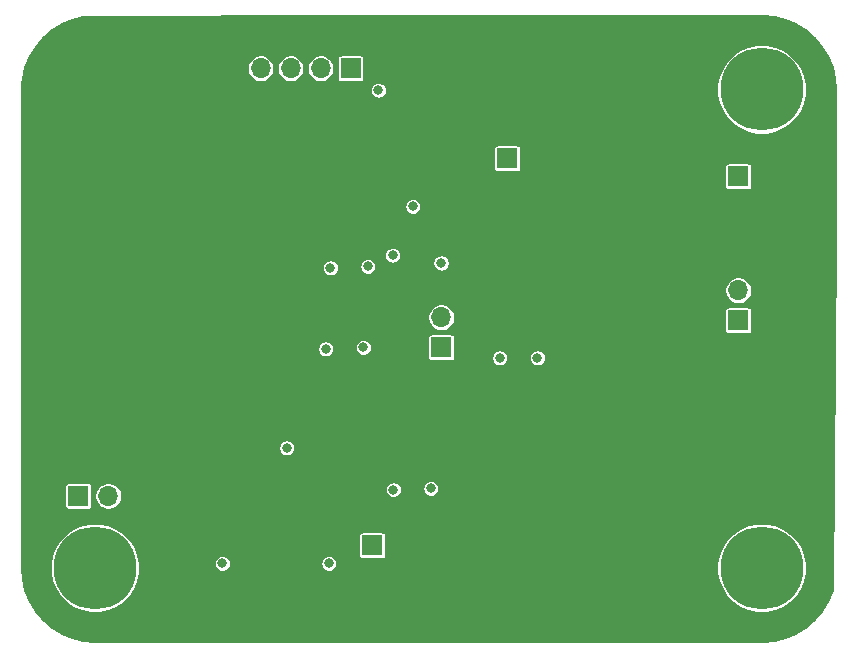
<source format=gbr>
%TF.GenerationSoftware,KiCad,Pcbnew,(5.1.9)-1*%
%TF.CreationDate,2021-07-15T19:39:04-04:00*%
%TF.ProjectId,detector_circuit_LTC6269,64657465-6374-46f7-925f-636972637569,rev?*%
%TF.SameCoordinates,Original*%
%TF.FileFunction,Copper,L3,Inr*%
%TF.FilePolarity,Positive*%
%FSLAX46Y46*%
G04 Gerber Fmt 4.6, Leading zero omitted, Abs format (unit mm)*
G04 Created by KiCad (PCBNEW (5.1.9)-1) date 2021-07-15 19:39:04*
%MOMM*%
%LPD*%
G01*
G04 APERTURE LIST*
%TA.AperFunction,ComponentPad*%
%ADD10C,7.000000*%
%TD*%
%TA.AperFunction,ComponentPad*%
%ADD11O,1.700000X1.700000*%
%TD*%
%TA.AperFunction,ComponentPad*%
%ADD12R,1.700000X1.700000*%
%TD*%
%TA.AperFunction,ViaPad*%
%ADD13C,0.800000*%
%TD*%
%TA.AperFunction,Conductor*%
%ADD14C,0.254000*%
%TD*%
%TA.AperFunction,Conductor*%
%ADD15C,0.100000*%
%TD*%
G04 APERTURE END LIST*
D10*
%TO.N,N/C*%
%TO.C,REF\u002A\u002A*%
X146621500Y-100457000D03*
%TD*%
%TO.N,N/C*%
%TO.C,REF\u002A\u002A*%
X146621500Y-140970000D03*
%TD*%
D11*
%TO.N,/SIPM_OUT*%
%TO.C,J3*%
X104203500Y-98679000D03*
%TO.N,/DET_ADC*%
X106743500Y-98679000D03*
%TO.N,/AMP_OUT*%
X109283500Y-98679000D03*
D12*
%TO.N,GND*%
X111823500Y-98679000D03*
%TD*%
D11*
%TO.N,N/C*%
%TO.C,J2*%
X144653000Y-117475000D03*
D12*
%TO.N,/SIPM_OUT*%
X144653000Y-120015000D03*
%TD*%
D11*
%TO.N,+4.7V*%
%TO.C,J1*%
X144653000Y-110363000D03*
D12*
%TO.N,GND*%
X144653000Y-107823000D03*
%TD*%
D10*
%TO.N,N/C*%
%TO.C,REF\u002A\u002A*%
X90170000Y-140970000D03*
%TD*%
D12*
%TO.N,Net-(C18-Pad2)*%
%TO.C,TP15*%
X113665000Y-139065000D03*
%TD*%
D11*
%TO.N,/AMP_OUT*%
%TO.C,JP1*%
X119507000Y-119761000D03*
D12*
%TO.N,Net-(C36-Pad1)*%
X119507000Y-122301000D03*
%TD*%
%TO.N,/DET_ADC*%
%TO.C,TP1*%
X125095000Y-106299000D03*
%TD*%
D11*
%TO.N,/Filter_IN*%
%TO.C,JP5*%
X91313000Y-134874000D03*
D12*
%TO.N,Net-(C31-Pad1)*%
X88773000Y-134874000D03*
%TD*%
D13*
%TO.N,GND*%
X124460000Y-123190000D03*
X109982000Y-140589000D03*
X100965000Y-140589000D03*
X106426000Y-130810000D03*
X117094000Y-110363000D03*
X127635000Y-123190000D03*
X118618000Y-134239000D03*
X109728000Y-122428000D03*
X112903000Y-122301000D03*
X110109000Y-115570000D03*
X113284000Y-115443000D03*
X119484500Y-115148000D03*
X115452000Y-134357000D03*
X114173000Y-100520500D03*
%TO.N,/AMP_OUT*%
X115379500Y-114490500D03*
%TO.N,+4.7V*%
X109982000Y-132588000D03*
X122809000Y-110363000D03*
%TD*%
D14*
%TO.N,+4.7V*%
X147650585Y-94360540D02*
X148592388Y-94586647D01*
X149487239Y-94957307D01*
X150313075Y-95463379D01*
X151049583Y-96092417D01*
X151678620Y-96828925D01*
X152184694Y-97654764D01*
X152555353Y-98549612D01*
X152781460Y-99491420D01*
X152858001Y-100463963D01*
X152858001Y-113103417D01*
X152556777Y-142871456D01*
X152555353Y-142877388D01*
X152184694Y-143772236D01*
X151678620Y-144598075D01*
X151049583Y-145334583D01*
X150313075Y-145963621D01*
X149487239Y-146469693D01*
X148592388Y-146840353D01*
X147650585Y-147066460D01*
X146678051Y-147143000D01*
X90176950Y-147143000D01*
X89204420Y-147066460D01*
X88262612Y-146840353D01*
X87367764Y-146469694D01*
X86541925Y-145963620D01*
X85805417Y-145334583D01*
X85176379Y-144598075D01*
X84670307Y-143772239D01*
X84299647Y-142877388D01*
X84073540Y-141935585D01*
X83997000Y-140963051D01*
X83997000Y-140593073D01*
X86343000Y-140593073D01*
X86343000Y-141346927D01*
X86490070Y-142086295D01*
X86778557Y-142782764D01*
X87197375Y-143409570D01*
X87730430Y-143942625D01*
X88357236Y-144361443D01*
X89053705Y-144649930D01*
X89793073Y-144797000D01*
X90546927Y-144797000D01*
X91286295Y-144649930D01*
X91982764Y-144361443D01*
X92609570Y-143942625D01*
X93142625Y-143409570D01*
X93561443Y-142782764D01*
X93849930Y-142086295D01*
X93997000Y-141346927D01*
X93997000Y-140593073D01*
X93981948Y-140517397D01*
X100238000Y-140517397D01*
X100238000Y-140660603D01*
X100265938Y-140801058D01*
X100320741Y-140933364D01*
X100400302Y-141052436D01*
X100501564Y-141153698D01*
X100620636Y-141233259D01*
X100752942Y-141288062D01*
X100893397Y-141316000D01*
X101036603Y-141316000D01*
X101177058Y-141288062D01*
X101309364Y-141233259D01*
X101428436Y-141153698D01*
X101529698Y-141052436D01*
X101609259Y-140933364D01*
X101664062Y-140801058D01*
X101692000Y-140660603D01*
X101692000Y-140517397D01*
X109255000Y-140517397D01*
X109255000Y-140660603D01*
X109282938Y-140801058D01*
X109337741Y-140933364D01*
X109417302Y-141052436D01*
X109518564Y-141153698D01*
X109637636Y-141233259D01*
X109769942Y-141288062D01*
X109910397Y-141316000D01*
X110053603Y-141316000D01*
X110194058Y-141288062D01*
X110326364Y-141233259D01*
X110445436Y-141153698D01*
X110546698Y-141052436D01*
X110626259Y-140933364D01*
X110681062Y-140801058D01*
X110709000Y-140660603D01*
X110709000Y-140593073D01*
X142794500Y-140593073D01*
X142794500Y-141346927D01*
X142941570Y-142086295D01*
X143230057Y-142782764D01*
X143648875Y-143409570D01*
X144181930Y-143942625D01*
X144808736Y-144361443D01*
X145505205Y-144649930D01*
X146244573Y-144797000D01*
X146998427Y-144797000D01*
X147737795Y-144649930D01*
X148434264Y-144361443D01*
X149061070Y-143942625D01*
X149594125Y-143409570D01*
X150012943Y-142782764D01*
X150301430Y-142086295D01*
X150448500Y-141346927D01*
X150448500Y-140593073D01*
X150301430Y-139853705D01*
X150012943Y-139157236D01*
X149594125Y-138530430D01*
X149061070Y-137997375D01*
X148434264Y-137578557D01*
X147737795Y-137290070D01*
X146998427Y-137143000D01*
X146244573Y-137143000D01*
X145505205Y-137290070D01*
X144808736Y-137578557D01*
X144181930Y-137997375D01*
X143648875Y-138530430D01*
X143230057Y-139157236D01*
X142941570Y-139853705D01*
X142794500Y-140593073D01*
X110709000Y-140593073D01*
X110709000Y-140517397D01*
X110681062Y-140376942D01*
X110626259Y-140244636D01*
X110546698Y-140125564D01*
X110445436Y-140024302D01*
X110326364Y-139944741D01*
X110194058Y-139889938D01*
X110053603Y-139862000D01*
X109910397Y-139862000D01*
X109769942Y-139889938D01*
X109637636Y-139944741D01*
X109518564Y-140024302D01*
X109417302Y-140125564D01*
X109337741Y-140244636D01*
X109282938Y-140376942D01*
X109255000Y-140517397D01*
X101692000Y-140517397D01*
X101664062Y-140376942D01*
X101609259Y-140244636D01*
X101529698Y-140125564D01*
X101428436Y-140024302D01*
X101309364Y-139944741D01*
X101177058Y-139889938D01*
X101036603Y-139862000D01*
X100893397Y-139862000D01*
X100752942Y-139889938D01*
X100620636Y-139944741D01*
X100501564Y-140024302D01*
X100400302Y-140125564D01*
X100320741Y-140244636D01*
X100265938Y-140376942D01*
X100238000Y-140517397D01*
X93981948Y-140517397D01*
X93849930Y-139853705D01*
X93561443Y-139157236D01*
X93142625Y-138530430D01*
X92827195Y-138215000D01*
X112486418Y-138215000D01*
X112486418Y-139915000D01*
X112492732Y-139979103D01*
X112511430Y-140040743D01*
X112541794Y-140097550D01*
X112582657Y-140147343D01*
X112632450Y-140188206D01*
X112689257Y-140218570D01*
X112750897Y-140237268D01*
X112815000Y-140243582D01*
X114515000Y-140243582D01*
X114579103Y-140237268D01*
X114640743Y-140218570D01*
X114697550Y-140188206D01*
X114747343Y-140147343D01*
X114788206Y-140097550D01*
X114818570Y-140040743D01*
X114837268Y-139979103D01*
X114843582Y-139915000D01*
X114843582Y-138215000D01*
X114837268Y-138150897D01*
X114818570Y-138089257D01*
X114788206Y-138032450D01*
X114747343Y-137982657D01*
X114697550Y-137941794D01*
X114640743Y-137911430D01*
X114579103Y-137892732D01*
X114515000Y-137886418D01*
X112815000Y-137886418D01*
X112750897Y-137892732D01*
X112689257Y-137911430D01*
X112632450Y-137941794D01*
X112582657Y-137982657D01*
X112541794Y-138032450D01*
X112511430Y-138089257D01*
X112492732Y-138150897D01*
X112486418Y-138215000D01*
X92827195Y-138215000D01*
X92609570Y-137997375D01*
X91982764Y-137578557D01*
X91286295Y-137290070D01*
X90546927Y-137143000D01*
X89793073Y-137143000D01*
X89053705Y-137290070D01*
X88357236Y-137578557D01*
X87730430Y-137997375D01*
X87197375Y-138530430D01*
X86778557Y-139157236D01*
X86490070Y-139853705D01*
X86343000Y-140593073D01*
X83997000Y-140593073D01*
X83997000Y-134024000D01*
X87594418Y-134024000D01*
X87594418Y-135724000D01*
X87600732Y-135788103D01*
X87619430Y-135849743D01*
X87649794Y-135906550D01*
X87690657Y-135956343D01*
X87740450Y-135997206D01*
X87797257Y-136027570D01*
X87858897Y-136046268D01*
X87923000Y-136052582D01*
X89623000Y-136052582D01*
X89687103Y-136046268D01*
X89748743Y-136027570D01*
X89805550Y-135997206D01*
X89855343Y-135956343D01*
X89896206Y-135906550D01*
X89926570Y-135849743D01*
X89945268Y-135788103D01*
X89951582Y-135724000D01*
X89951582Y-134758076D01*
X90136000Y-134758076D01*
X90136000Y-134989924D01*
X90181231Y-135217318D01*
X90269956Y-135431519D01*
X90398764Y-135624294D01*
X90562706Y-135788236D01*
X90755481Y-135917044D01*
X90969682Y-136005769D01*
X91197076Y-136051000D01*
X91428924Y-136051000D01*
X91656318Y-136005769D01*
X91870519Y-135917044D01*
X92063294Y-135788236D01*
X92227236Y-135624294D01*
X92356044Y-135431519D01*
X92444769Y-135217318D01*
X92490000Y-134989924D01*
X92490000Y-134758076D01*
X92444769Y-134530682D01*
X92356044Y-134316481D01*
X92335275Y-134285397D01*
X114725000Y-134285397D01*
X114725000Y-134428603D01*
X114752938Y-134569058D01*
X114807741Y-134701364D01*
X114887302Y-134820436D01*
X114988564Y-134921698D01*
X115107636Y-135001259D01*
X115239942Y-135056062D01*
X115380397Y-135084000D01*
X115523603Y-135084000D01*
X115664058Y-135056062D01*
X115796364Y-135001259D01*
X115915436Y-134921698D01*
X116016698Y-134820436D01*
X116096259Y-134701364D01*
X116151062Y-134569058D01*
X116179000Y-134428603D01*
X116179000Y-134285397D01*
X116155529Y-134167397D01*
X117891000Y-134167397D01*
X117891000Y-134310603D01*
X117918938Y-134451058D01*
X117973741Y-134583364D01*
X118053302Y-134702436D01*
X118154564Y-134803698D01*
X118273636Y-134883259D01*
X118405942Y-134938062D01*
X118546397Y-134966000D01*
X118689603Y-134966000D01*
X118830058Y-134938062D01*
X118962364Y-134883259D01*
X119081436Y-134803698D01*
X119182698Y-134702436D01*
X119262259Y-134583364D01*
X119317062Y-134451058D01*
X119345000Y-134310603D01*
X119345000Y-134167397D01*
X119317062Y-134026942D01*
X119262259Y-133894636D01*
X119182698Y-133775564D01*
X119081436Y-133674302D01*
X118962364Y-133594741D01*
X118830058Y-133539938D01*
X118689603Y-133512000D01*
X118546397Y-133512000D01*
X118405942Y-133539938D01*
X118273636Y-133594741D01*
X118154564Y-133674302D01*
X118053302Y-133775564D01*
X117973741Y-133894636D01*
X117918938Y-134026942D01*
X117891000Y-134167397D01*
X116155529Y-134167397D01*
X116151062Y-134144942D01*
X116096259Y-134012636D01*
X116016698Y-133893564D01*
X115915436Y-133792302D01*
X115796364Y-133712741D01*
X115664058Y-133657938D01*
X115523603Y-133630000D01*
X115380397Y-133630000D01*
X115239942Y-133657938D01*
X115107636Y-133712741D01*
X114988564Y-133792302D01*
X114887302Y-133893564D01*
X114807741Y-134012636D01*
X114752938Y-134144942D01*
X114725000Y-134285397D01*
X92335275Y-134285397D01*
X92227236Y-134123706D01*
X92063294Y-133959764D01*
X91870519Y-133830956D01*
X91656318Y-133742231D01*
X91428924Y-133697000D01*
X91197076Y-133697000D01*
X90969682Y-133742231D01*
X90755481Y-133830956D01*
X90562706Y-133959764D01*
X90398764Y-134123706D01*
X90269956Y-134316481D01*
X90181231Y-134530682D01*
X90136000Y-134758076D01*
X89951582Y-134758076D01*
X89951582Y-134024000D01*
X89945268Y-133959897D01*
X89926570Y-133898257D01*
X89896206Y-133841450D01*
X89855343Y-133791657D01*
X89805550Y-133750794D01*
X89748743Y-133720430D01*
X89687103Y-133701732D01*
X89623000Y-133695418D01*
X87923000Y-133695418D01*
X87858897Y-133701732D01*
X87797257Y-133720430D01*
X87740450Y-133750794D01*
X87690657Y-133791657D01*
X87649794Y-133841450D01*
X87619430Y-133898257D01*
X87600732Y-133959897D01*
X87594418Y-134024000D01*
X83997000Y-134024000D01*
X83997000Y-130738397D01*
X105699000Y-130738397D01*
X105699000Y-130881603D01*
X105726938Y-131022058D01*
X105781741Y-131154364D01*
X105861302Y-131273436D01*
X105962564Y-131374698D01*
X106081636Y-131454259D01*
X106213942Y-131509062D01*
X106354397Y-131537000D01*
X106497603Y-131537000D01*
X106638058Y-131509062D01*
X106770364Y-131454259D01*
X106889436Y-131374698D01*
X106990698Y-131273436D01*
X107070259Y-131154364D01*
X107125062Y-131022058D01*
X107153000Y-130881603D01*
X107153000Y-130738397D01*
X107125062Y-130597942D01*
X107070259Y-130465636D01*
X106990698Y-130346564D01*
X106889436Y-130245302D01*
X106770364Y-130165741D01*
X106638058Y-130110938D01*
X106497603Y-130083000D01*
X106354397Y-130083000D01*
X106213942Y-130110938D01*
X106081636Y-130165741D01*
X105962564Y-130245302D01*
X105861302Y-130346564D01*
X105781741Y-130465636D01*
X105726938Y-130597942D01*
X105699000Y-130738397D01*
X83997000Y-130738397D01*
X83997000Y-122356397D01*
X109001000Y-122356397D01*
X109001000Y-122499603D01*
X109028938Y-122640058D01*
X109083741Y-122772364D01*
X109163302Y-122891436D01*
X109264564Y-122992698D01*
X109383636Y-123072259D01*
X109515942Y-123127062D01*
X109656397Y-123155000D01*
X109799603Y-123155000D01*
X109940058Y-123127062D01*
X110072364Y-123072259D01*
X110191436Y-122992698D01*
X110292698Y-122891436D01*
X110372259Y-122772364D01*
X110427062Y-122640058D01*
X110455000Y-122499603D01*
X110455000Y-122356397D01*
X110429739Y-122229397D01*
X112176000Y-122229397D01*
X112176000Y-122372603D01*
X112203938Y-122513058D01*
X112258741Y-122645364D01*
X112338302Y-122764436D01*
X112439564Y-122865698D01*
X112558636Y-122945259D01*
X112690942Y-123000062D01*
X112831397Y-123028000D01*
X112974603Y-123028000D01*
X113115058Y-123000062D01*
X113247364Y-122945259D01*
X113366436Y-122865698D01*
X113467698Y-122764436D01*
X113547259Y-122645364D01*
X113602062Y-122513058D01*
X113630000Y-122372603D01*
X113630000Y-122229397D01*
X113602062Y-122088942D01*
X113547259Y-121956636D01*
X113467698Y-121837564D01*
X113366436Y-121736302D01*
X113247364Y-121656741D01*
X113115058Y-121601938D01*
X112974603Y-121574000D01*
X112831397Y-121574000D01*
X112690942Y-121601938D01*
X112558636Y-121656741D01*
X112439564Y-121736302D01*
X112338302Y-121837564D01*
X112258741Y-121956636D01*
X112203938Y-122088942D01*
X112176000Y-122229397D01*
X110429739Y-122229397D01*
X110427062Y-122215942D01*
X110372259Y-122083636D01*
X110292698Y-121964564D01*
X110191436Y-121863302D01*
X110072364Y-121783741D01*
X109940058Y-121728938D01*
X109799603Y-121701000D01*
X109656397Y-121701000D01*
X109515942Y-121728938D01*
X109383636Y-121783741D01*
X109264564Y-121863302D01*
X109163302Y-121964564D01*
X109083741Y-122083636D01*
X109028938Y-122215942D01*
X109001000Y-122356397D01*
X83997000Y-122356397D01*
X83997000Y-121451000D01*
X118328418Y-121451000D01*
X118328418Y-123151000D01*
X118334732Y-123215103D01*
X118353430Y-123276743D01*
X118383794Y-123333550D01*
X118424657Y-123383343D01*
X118474450Y-123424206D01*
X118531257Y-123454570D01*
X118592897Y-123473268D01*
X118657000Y-123479582D01*
X120357000Y-123479582D01*
X120421103Y-123473268D01*
X120482743Y-123454570D01*
X120539550Y-123424206D01*
X120589343Y-123383343D01*
X120630206Y-123333550D01*
X120660570Y-123276743D01*
X120679268Y-123215103D01*
X120685582Y-123151000D01*
X120685582Y-123118397D01*
X123733000Y-123118397D01*
X123733000Y-123261603D01*
X123760938Y-123402058D01*
X123815741Y-123534364D01*
X123895302Y-123653436D01*
X123996564Y-123754698D01*
X124115636Y-123834259D01*
X124247942Y-123889062D01*
X124388397Y-123917000D01*
X124531603Y-123917000D01*
X124672058Y-123889062D01*
X124804364Y-123834259D01*
X124923436Y-123754698D01*
X125024698Y-123653436D01*
X125104259Y-123534364D01*
X125159062Y-123402058D01*
X125187000Y-123261603D01*
X125187000Y-123118397D01*
X126908000Y-123118397D01*
X126908000Y-123261603D01*
X126935938Y-123402058D01*
X126990741Y-123534364D01*
X127070302Y-123653436D01*
X127171564Y-123754698D01*
X127290636Y-123834259D01*
X127422942Y-123889062D01*
X127563397Y-123917000D01*
X127706603Y-123917000D01*
X127847058Y-123889062D01*
X127979364Y-123834259D01*
X128098436Y-123754698D01*
X128199698Y-123653436D01*
X128279259Y-123534364D01*
X128334062Y-123402058D01*
X128362000Y-123261603D01*
X128362000Y-123118397D01*
X128334062Y-122977942D01*
X128279259Y-122845636D01*
X128199698Y-122726564D01*
X128098436Y-122625302D01*
X127979364Y-122545741D01*
X127847058Y-122490938D01*
X127706603Y-122463000D01*
X127563397Y-122463000D01*
X127422942Y-122490938D01*
X127290636Y-122545741D01*
X127171564Y-122625302D01*
X127070302Y-122726564D01*
X126990741Y-122845636D01*
X126935938Y-122977942D01*
X126908000Y-123118397D01*
X125187000Y-123118397D01*
X125159062Y-122977942D01*
X125104259Y-122845636D01*
X125024698Y-122726564D01*
X124923436Y-122625302D01*
X124804364Y-122545741D01*
X124672058Y-122490938D01*
X124531603Y-122463000D01*
X124388397Y-122463000D01*
X124247942Y-122490938D01*
X124115636Y-122545741D01*
X123996564Y-122625302D01*
X123895302Y-122726564D01*
X123815741Y-122845636D01*
X123760938Y-122977942D01*
X123733000Y-123118397D01*
X120685582Y-123118397D01*
X120685582Y-121451000D01*
X120679268Y-121386897D01*
X120660570Y-121325257D01*
X120630206Y-121268450D01*
X120589343Y-121218657D01*
X120539550Y-121177794D01*
X120482743Y-121147430D01*
X120421103Y-121128732D01*
X120357000Y-121122418D01*
X118657000Y-121122418D01*
X118592897Y-121128732D01*
X118531257Y-121147430D01*
X118474450Y-121177794D01*
X118424657Y-121218657D01*
X118383794Y-121268450D01*
X118353430Y-121325257D01*
X118334732Y-121386897D01*
X118328418Y-121451000D01*
X83997000Y-121451000D01*
X83997000Y-119645076D01*
X118330000Y-119645076D01*
X118330000Y-119876924D01*
X118375231Y-120104318D01*
X118463956Y-120318519D01*
X118592764Y-120511294D01*
X118756706Y-120675236D01*
X118949481Y-120804044D01*
X119163682Y-120892769D01*
X119391076Y-120938000D01*
X119622924Y-120938000D01*
X119850318Y-120892769D01*
X120064519Y-120804044D01*
X120257294Y-120675236D01*
X120421236Y-120511294D01*
X120550044Y-120318519D01*
X120638769Y-120104318D01*
X120684000Y-119876924D01*
X120684000Y-119645076D01*
X120638769Y-119417682D01*
X120550044Y-119203481D01*
X120524332Y-119165000D01*
X143474418Y-119165000D01*
X143474418Y-120865000D01*
X143480732Y-120929103D01*
X143499430Y-120990743D01*
X143529794Y-121047550D01*
X143570657Y-121097343D01*
X143620450Y-121138206D01*
X143677257Y-121168570D01*
X143738897Y-121187268D01*
X143803000Y-121193582D01*
X145503000Y-121193582D01*
X145567103Y-121187268D01*
X145628743Y-121168570D01*
X145685550Y-121138206D01*
X145735343Y-121097343D01*
X145776206Y-121047550D01*
X145806570Y-120990743D01*
X145825268Y-120929103D01*
X145831582Y-120865000D01*
X145831582Y-119165000D01*
X145825268Y-119100897D01*
X145806570Y-119039257D01*
X145776206Y-118982450D01*
X145735343Y-118932657D01*
X145685550Y-118891794D01*
X145628743Y-118861430D01*
X145567103Y-118842732D01*
X145503000Y-118836418D01*
X143803000Y-118836418D01*
X143738897Y-118842732D01*
X143677257Y-118861430D01*
X143620450Y-118891794D01*
X143570657Y-118932657D01*
X143529794Y-118982450D01*
X143499430Y-119039257D01*
X143480732Y-119100897D01*
X143474418Y-119165000D01*
X120524332Y-119165000D01*
X120421236Y-119010706D01*
X120257294Y-118846764D01*
X120064519Y-118717956D01*
X119850318Y-118629231D01*
X119622924Y-118584000D01*
X119391076Y-118584000D01*
X119163682Y-118629231D01*
X118949481Y-118717956D01*
X118756706Y-118846764D01*
X118592764Y-119010706D01*
X118463956Y-119203481D01*
X118375231Y-119417682D01*
X118330000Y-119645076D01*
X83997000Y-119645076D01*
X83997000Y-119453524D01*
X84000757Y-117359076D01*
X143476000Y-117359076D01*
X143476000Y-117590924D01*
X143521231Y-117818318D01*
X143609956Y-118032519D01*
X143738764Y-118225294D01*
X143902706Y-118389236D01*
X144095481Y-118518044D01*
X144309682Y-118606769D01*
X144537076Y-118652000D01*
X144768924Y-118652000D01*
X144996318Y-118606769D01*
X145210519Y-118518044D01*
X145403294Y-118389236D01*
X145567236Y-118225294D01*
X145696044Y-118032519D01*
X145784769Y-117818318D01*
X145830000Y-117590924D01*
X145830000Y-117359076D01*
X145784769Y-117131682D01*
X145696044Y-116917481D01*
X145567236Y-116724706D01*
X145403294Y-116560764D01*
X145210519Y-116431956D01*
X144996318Y-116343231D01*
X144768924Y-116298000D01*
X144537076Y-116298000D01*
X144309682Y-116343231D01*
X144095481Y-116431956D01*
X143902706Y-116560764D01*
X143738764Y-116724706D01*
X143609956Y-116917481D01*
X143521231Y-117131682D01*
X143476000Y-117359076D01*
X84000757Y-117359076D01*
X84004096Y-115498397D01*
X109382000Y-115498397D01*
X109382000Y-115641603D01*
X109409938Y-115782058D01*
X109464741Y-115914364D01*
X109544302Y-116033436D01*
X109645564Y-116134698D01*
X109764636Y-116214259D01*
X109896942Y-116269062D01*
X110037397Y-116297000D01*
X110180603Y-116297000D01*
X110321058Y-116269062D01*
X110453364Y-116214259D01*
X110572436Y-116134698D01*
X110673698Y-116033436D01*
X110753259Y-115914364D01*
X110808062Y-115782058D01*
X110836000Y-115641603D01*
X110836000Y-115498397D01*
X110810739Y-115371397D01*
X112557000Y-115371397D01*
X112557000Y-115514603D01*
X112584938Y-115655058D01*
X112639741Y-115787364D01*
X112719302Y-115906436D01*
X112820564Y-116007698D01*
X112939636Y-116087259D01*
X113071942Y-116142062D01*
X113212397Y-116170000D01*
X113355603Y-116170000D01*
X113496058Y-116142062D01*
X113628364Y-116087259D01*
X113747436Y-116007698D01*
X113848698Y-115906436D01*
X113928259Y-115787364D01*
X113983062Y-115655058D01*
X114011000Y-115514603D01*
X114011000Y-115371397D01*
X113983062Y-115230942D01*
X113928259Y-115098636D01*
X113848698Y-114979564D01*
X113747436Y-114878302D01*
X113628364Y-114798741D01*
X113496058Y-114743938D01*
X113355603Y-114716000D01*
X113212397Y-114716000D01*
X113071942Y-114743938D01*
X112939636Y-114798741D01*
X112820564Y-114878302D01*
X112719302Y-114979564D01*
X112639741Y-115098636D01*
X112584938Y-115230942D01*
X112557000Y-115371397D01*
X110810739Y-115371397D01*
X110808062Y-115357942D01*
X110753259Y-115225636D01*
X110673698Y-115106564D01*
X110572436Y-115005302D01*
X110453364Y-114925741D01*
X110321058Y-114870938D01*
X110180603Y-114843000D01*
X110037397Y-114843000D01*
X109896942Y-114870938D01*
X109764636Y-114925741D01*
X109645564Y-115005302D01*
X109544302Y-115106564D01*
X109464741Y-115225636D01*
X109409938Y-115357942D01*
X109382000Y-115498397D01*
X84004096Y-115498397D01*
X84006032Y-114418897D01*
X114652500Y-114418897D01*
X114652500Y-114562103D01*
X114680438Y-114702558D01*
X114735241Y-114834864D01*
X114814802Y-114953936D01*
X114916064Y-115055198D01*
X115035136Y-115134759D01*
X115167442Y-115189562D01*
X115307897Y-115217500D01*
X115451103Y-115217500D01*
X115591558Y-115189562D01*
X115723864Y-115134759D01*
X115811209Y-115076397D01*
X118757500Y-115076397D01*
X118757500Y-115219603D01*
X118785438Y-115360058D01*
X118840241Y-115492364D01*
X118919802Y-115611436D01*
X119021064Y-115712698D01*
X119140136Y-115792259D01*
X119272442Y-115847062D01*
X119412897Y-115875000D01*
X119556103Y-115875000D01*
X119696558Y-115847062D01*
X119828864Y-115792259D01*
X119947936Y-115712698D01*
X120049198Y-115611436D01*
X120128759Y-115492364D01*
X120183562Y-115360058D01*
X120211500Y-115219603D01*
X120211500Y-115076397D01*
X120183562Y-114935942D01*
X120128759Y-114803636D01*
X120049198Y-114684564D01*
X119947936Y-114583302D01*
X119828864Y-114503741D01*
X119696558Y-114448938D01*
X119556103Y-114421000D01*
X119412897Y-114421000D01*
X119272442Y-114448938D01*
X119140136Y-114503741D01*
X119021064Y-114583302D01*
X118919802Y-114684564D01*
X118840241Y-114803636D01*
X118785438Y-114935942D01*
X118757500Y-115076397D01*
X115811209Y-115076397D01*
X115842936Y-115055198D01*
X115944198Y-114953936D01*
X116023759Y-114834864D01*
X116078562Y-114702558D01*
X116106500Y-114562103D01*
X116106500Y-114418897D01*
X116078562Y-114278442D01*
X116023759Y-114146136D01*
X115944198Y-114027064D01*
X115842936Y-113925802D01*
X115723864Y-113846241D01*
X115591558Y-113791438D01*
X115451103Y-113763500D01*
X115307897Y-113763500D01*
X115167442Y-113791438D01*
X115035136Y-113846241D01*
X114916064Y-113925802D01*
X114814802Y-114027064D01*
X114735241Y-114146136D01*
X114680438Y-114278442D01*
X114652500Y-114418897D01*
X84006032Y-114418897D01*
X84013438Y-110291397D01*
X116367000Y-110291397D01*
X116367000Y-110434603D01*
X116394938Y-110575058D01*
X116449741Y-110707364D01*
X116529302Y-110826436D01*
X116630564Y-110927698D01*
X116749636Y-111007259D01*
X116881942Y-111062062D01*
X117022397Y-111090000D01*
X117165603Y-111090000D01*
X117306058Y-111062062D01*
X117438364Y-111007259D01*
X117557436Y-110927698D01*
X117658698Y-110826436D01*
X117738259Y-110707364D01*
X117793062Y-110575058D01*
X117821000Y-110434603D01*
X117821000Y-110291397D01*
X117793062Y-110150942D01*
X117738259Y-110018636D01*
X117658698Y-109899564D01*
X117557436Y-109798302D01*
X117438364Y-109718741D01*
X117306058Y-109663938D01*
X117165603Y-109636000D01*
X117022397Y-109636000D01*
X116881942Y-109663938D01*
X116749636Y-109718741D01*
X116630564Y-109798302D01*
X116529302Y-109899564D01*
X116449741Y-110018636D01*
X116394938Y-110150942D01*
X116367000Y-110291397D01*
X84013438Y-110291397D01*
X84022127Y-105449000D01*
X123916418Y-105449000D01*
X123916418Y-107149000D01*
X123922732Y-107213103D01*
X123941430Y-107274743D01*
X123971794Y-107331550D01*
X124012657Y-107381343D01*
X124062450Y-107422206D01*
X124119257Y-107452570D01*
X124180897Y-107471268D01*
X124245000Y-107477582D01*
X125945000Y-107477582D01*
X126009103Y-107471268D01*
X126070743Y-107452570D01*
X126127550Y-107422206D01*
X126177343Y-107381343D01*
X126218206Y-107331550D01*
X126248570Y-107274743D01*
X126267268Y-107213103D01*
X126273582Y-107149000D01*
X126273582Y-106973000D01*
X143474418Y-106973000D01*
X143474418Y-108673000D01*
X143480732Y-108737103D01*
X143499430Y-108798743D01*
X143529794Y-108855550D01*
X143570657Y-108905343D01*
X143620450Y-108946206D01*
X143677257Y-108976570D01*
X143738897Y-108995268D01*
X143803000Y-109001582D01*
X145503000Y-109001582D01*
X145567103Y-108995268D01*
X145628743Y-108976570D01*
X145685550Y-108946206D01*
X145735343Y-108905343D01*
X145776206Y-108855550D01*
X145806570Y-108798743D01*
X145825268Y-108737103D01*
X145831582Y-108673000D01*
X145831582Y-106973000D01*
X145825268Y-106908897D01*
X145806570Y-106847257D01*
X145776206Y-106790450D01*
X145735343Y-106740657D01*
X145685550Y-106699794D01*
X145628743Y-106669430D01*
X145567103Y-106650732D01*
X145503000Y-106644418D01*
X143803000Y-106644418D01*
X143738897Y-106650732D01*
X143677257Y-106669430D01*
X143620450Y-106699794D01*
X143570657Y-106740657D01*
X143529794Y-106790450D01*
X143499430Y-106847257D01*
X143480732Y-106908897D01*
X143474418Y-106973000D01*
X126273582Y-106973000D01*
X126273582Y-105449000D01*
X126267268Y-105384897D01*
X126248570Y-105323257D01*
X126218206Y-105266450D01*
X126177343Y-105216657D01*
X126127550Y-105175794D01*
X126070743Y-105145430D01*
X126009103Y-105126732D01*
X125945000Y-105120418D01*
X124245000Y-105120418D01*
X124180897Y-105126732D01*
X124119257Y-105145430D01*
X124062450Y-105175794D01*
X124012657Y-105216657D01*
X123971794Y-105266450D01*
X123941430Y-105323257D01*
X123922732Y-105384897D01*
X123916418Y-105449000D01*
X84022127Y-105449000D01*
X84031099Y-100448897D01*
X113446000Y-100448897D01*
X113446000Y-100592103D01*
X113473938Y-100732558D01*
X113528741Y-100864864D01*
X113608302Y-100983936D01*
X113709564Y-101085198D01*
X113828636Y-101164759D01*
X113960942Y-101219562D01*
X114101397Y-101247500D01*
X114244603Y-101247500D01*
X114385058Y-101219562D01*
X114517364Y-101164759D01*
X114636436Y-101085198D01*
X114737698Y-100983936D01*
X114817259Y-100864864D01*
X114872062Y-100732558D01*
X114900000Y-100592103D01*
X114900000Y-100448897D01*
X114872062Y-100308442D01*
X114817259Y-100176136D01*
X114753073Y-100080073D01*
X142794500Y-100080073D01*
X142794500Y-100833927D01*
X142941570Y-101573295D01*
X143230057Y-102269764D01*
X143648875Y-102896570D01*
X144181930Y-103429625D01*
X144808736Y-103848443D01*
X145505205Y-104136930D01*
X146244573Y-104284000D01*
X146998427Y-104284000D01*
X147737795Y-104136930D01*
X148434264Y-103848443D01*
X149061070Y-103429625D01*
X149594125Y-102896570D01*
X150012943Y-102269764D01*
X150301430Y-101573295D01*
X150448500Y-100833927D01*
X150448500Y-100080073D01*
X150301430Y-99340705D01*
X150012943Y-98644236D01*
X149594125Y-98017430D01*
X149061070Y-97484375D01*
X148434264Y-97065557D01*
X147737795Y-96777070D01*
X146998427Y-96630000D01*
X146244573Y-96630000D01*
X145505205Y-96777070D01*
X144808736Y-97065557D01*
X144181930Y-97484375D01*
X143648875Y-98017430D01*
X143230057Y-98644236D01*
X142941570Y-99340705D01*
X142794500Y-100080073D01*
X114753073Y-100080073D01*
X114737698Y-100057064D01*
X114636436Y-99955802D01*
X114517364Y-99876241D01*
X114385058Y-99821438D01*
X114244603Y-99793500D01*
X114101397Y-99793500D01*
X113960942Y-99821438D01*
X113828636Y-99876241D01*
X113709564Y-99955802D01*
X113608302Y-100057064D01*
X113528741Y-100176136D01*
X113473938Y-100308442D01*
X113446000Y-100448897D01*
X84031099Y-100448897D01*
X84031867Y-100020918D01*
X84073540Y-99491415D01*
X84296414Y-98563076D01*
X103026500Y-98563076D01*
X103026500Y-98794924D01*
X103071731Y-99022318D01*
X103160456Y-99236519D01*
X103289264Y-99429294D01*
X103453206Y-99593236D01*
X103645981Y-99722044D01*
X103860182Y-99810769D01*
X104087576Y-99856000D01*
X104319424Y-99856000D01*
X104546818Y-99810769D01*
X104761019Y-99722044D01*
X104953794Y-99593236D01*
X105117736Y-99429294D01*
X105246544Y-99236519D01*
X105335269Y-99022318D01*
X105380500Y-98794924D01*
X105380500Y-98563076D01*
X105566500Y-98563076D01*
X105566500Y-98794924D01*
X105611731Y-99022318D01*
X105700456Y-99236519D01*
X105829264Y-99429294D01*
X105993206Y-99593236D01*
X106185981Y-99722044D01*
X106400182Y-99810769D01*
X106627576Y-99856000D01*
X106859424Y-99856000D01*
X107086818Y-99810769D01*
X107301019Y-99722044D01*
X107493794Y-99593236D01*
X107657736Y-99429294D01*
X107786544Y-99236519D01*
X107875269Y-99022318D01*
X107920500Y-98794924D01*
X107920500Y-98563076D01*
X108106500Y-98563076D01*
X108106500Y-98794924D01*
X108151731Y-99022318D01*
X108240456Y-99236519D01*
X108369264Y-99429294D01*
X108533206Y-99593236D01*
X108725981Y-99722044D01*
X108940182Y-99810769D01*
X109167576Y-99856000D01*
X109399424Y-99856000D01*
X109626818Y-99810769D01*
X109841019Y-99722044D01*
X110033794Y-99593236D01*
X110197736Y-99429294D01*
X110326544Y-99236519D01*
X110415269Y-99022318D01*
X110460500Y-98794924D01*
X110460500Y-98563076D01*
X110415269Y-98335682D01*
X110326544Y-98121481D01*
X110197736Y-97928706D01*
X110098030Y-97829000D01*
X110644918Y-97829000D01*
X110644918Y-99529000D01*
X110651232Y-99593103D01*
X110669930Y-99654743D01*
X110700294Y-99711550D01*
X110741157Y-99761343D01*
X110790950Y-99802206D01*
X110847757Y-99832570D01*
X110909397Y-99851268D01*
X110973500Y-99857582D01*
X112673500Y-99857582D01*
X112737603Y-99851268D01*
X112799243Y-99832570D01*
X112856050Y-99802206D01*
X112905843Y-99761343D01*
X112946706Y-99711550D01*
X112977070Y-99654743D01*
X112995768Y-99593103D01*
X113002082Y-99529000D01*
X113002082Y-97829000D01*
X112995768Y-97764897D01*
X112977070Y-97703257D01*
X112946706Y-97646450D01*
X112905843Y-97596657D01*
X112856050Y-97555794D01*
X112799243Y-97525430D01*
X112737603Y-97506732D01*
X112673500Y-97500418D01*
X110973500Y-97500418D01*
X110909397Y-97506732D01*
X110847757Y-97525430D01*
X110790950Y-97555794D01*
X110741157Y-97596657D01*
X110700294Y-97646450D01*
X110669930Y-97703257D01*
X110651232Y-97764897D01*
X110644918Y-97829000D01*
X110098030Y-97829000D01*
X110033794Y-97764764D01*
X109841019Y-97635956D01*
X109626818Y-97547231D01*
X109399424Y-97502000D01*
X109167576Y-97502000D01*
X108940182Y-97547231D01*
X108725981Y-97635956D01*
X108533206Y-97764764D01*
X108369264Y-97928706D01*
X108240456Y-98121481D01*
X108151731Y-98335682D01*
X108106500Y-98563076D01*
X107920500Y-98563076D01*
X107875269Y-98335682D01*
X107786544Y-98121481D01*
X107657736Y-97928706D01*
X107493794Y-97764764D01*
X107301019Y-97635956D01*
X107086818Y-97547231D01*
X106859424Y-97502000D01*
X106627576Y-97502000D01*
X106400182Y-97547231D01*
X106185981Y-97635956D01*
X105993206Y-97764764D01*
X105829264Y-97928706D01*
X105700456Y-98121481D01*
X105611731Y-98335682D01*
X105566500Y-98563076D01*
X105380500Y-98563076D01*
X105335269Y-98335682D01*
X105246544Y-98121481D01*
X105117736Y-97928706D01*
X104953794Y-97764764D01*
X104761019Y-97635956D01*
X104546818Y-97547231D01*
X104319424Y-97502000D01*
X104087576Y-97502000D01*
X103860182Y-97547231D01*
X103645981Y-97635956D01*
X103453206Y-97764764D01*
X103289264Y-97928706D01*
X103160456Y-98121481D01*
X103071731Y-98335682D01*
X103026500Y-98563076D01*
X84296414Y-98563076D01*
X84299647Y-98549612D01*
X84670307Y-97654761D01*
X85176379Y-96828925D01*
X85805417Y-96092417D01*
X86541925Y-95463380D01*
X87367764Y-94957306D01*
X88262612Y-94586647D01*
X89204420Y-94360540D01*
X89389894Y-94345943D01*
X111911395Y-94284000D01*
X146678051Y-94284000D01*
X147650585Y-94360540D01*
%TA.AperFunction,Conductor*%
D15*
G36*
X147650585Y-94360540D02*
G01*
X148592388Y-94586647D01*
X149487239Y-94957307D01*
X150313075Y-95463379D01*
X151049583Y-96092417D01*
X151678620Y-96828925D01*
X152184694Y-97654764D01*
X152555353Y-98549612D01*
X152781460Y-99491420D01*
X152858001Y-100463963D01*
X152858001Y-113103417D01*
X152556777Y-142871456D01*
X152555353Y-142877388D01*
X152184694Y-143772236D01*
X151678620Y-144598075D01*
X151049583Y-145334583D01*
X150313075Y-145963621D01*
X149487239Y-146469693D01*
X148592388Y-146840353D01*
X147650585Y-147066460D01*
X146678051Y-147143000D01*
X90176950Y-147143000D01*
X89204420Y-147066460D01*
X88262612Y-146840353D01*
X87367764Y-146469694D01*
X86541925Y-145963620D01*
X85805417Y-145334583D01*
X85176379Y-144598075D01*
X84670307Y-143772239D01*
X84299647Y-142877388D01*
X84073540Y-141935585D01*
X83997000Y-140963051D01*
X83997000Y-140593073D01*
X86343000Y-140593073D01*
X86343000Y-141346927D01*
X86490070Y-142086295D01*
X86778557Y-142782764D01*
X87197375Y-143409570D01*
X87730430Y-143942625D01*
X88357236Y-144361443D01*
X89053705Y-144649930D01*
X89793073Y-144797000D01*
X90546927Y-144797000D01*
X91286295Y-144649930D01*
X91982764Y-144361443D01*
X92609570Y-143942625D01*
X93142625Y-143409570D01*
X93561443Y-142782764D01*
X93849930Y-142086295D01*
X93997000Y-141346927D01*
X93997000Y-140593073D01*
X93981948Y-140517397D01*
X100238000Y-140517397D01*
X100238000Y-140660603D01*
X100265938Y-140801058D01*
X100320741Y-140933364D01*
X100400302Y-141052436D01*
X100501564Y-141153698D01*
X100620636Y-141233259D01*
X100752942Y-141288062D01*
X100893397Y-141316000D01*
X101036603Y-141316000D01*
X101177058Y-141288062D01*
X101309364Y-141233259D01*
X101428436Y-141153698D01*
X101529698Y-141052436D01*
X101609259Y-140933364D01*
X101664062Y-140801058D01*
X101692000Y-140660603D01*
X101692000Y-140517397D01*
X109255000Y-140517397D01*
X109255000Y-140660603D01*
X109282938Y-140801058D01*
X109337741Y-140933364D01*
X109417302Y-141052436D01*
X109518564Y-141153698D01*
X109637636Y-141233259D01*
X109769942Y-141288062D01*
X109910397Y-141316000D01*
X110053603Y-141316000D01*
X110194058Y-141288062D01*
X110326364Y-141233259D01*
X110445436Y-141153698D01*
X110546698Y-141052436D01*
X110626259Y-140933364D01*
X110681062Y-140801058D01*
X110709000Y-140660603D01*
X110709000Y-140593073D01*
X142794500Y-140593073D01*
X142794500Y-141346927D01*
X142941570Y-142086295D01*
X143230057Y-142782764D01*
X143648875Y-143409570D01*
X144181930Y-143942625D01*
X144808736Y-144361443D01*
X145505205Y-144649930D01*
X146244573Y-144797000D01*
X146998427Y-144797000D01*
X147737795Y-144649930D01*
X148434264Y-144361443D01*
X149061070Y-143942625D01*
X149594125Y-143409570D01*
X150012943Y-142782764D01*
X150301430Y-142086295D01*
X150448500Y-141346927D01*
X150448500Y-140593073D01*
X150301430Y-139853705D01*
X150012943Y-139157236D01*
X149594125Y-138530430D01*
X149061070Y-137997375D01*
X148434264Y-137578557D01*
X147737795Y-137290070D01*
X146998427Y-137143000D01*
X146244573Y-137143000D01*
X145505205Y-137290070D01*
X144808736Y-137578557D01*
X144181930Y-137997375D01*
X143648875Y-138530430D01*
X143230057Y-139157236D01*
X142941570Y-139853705D01*
X142794500Y-140593073D01*
X110709000Y-140593073D01*
X110709000Y-140517397D01*
X110681062Y-140376942D01*
X110626259Y-140244636D01*
X110546698Y-140125564D01*
X110445436Y-140024302D01*
X110326364Y-139944741D01*
X110194058Y-139889938D01*
X110053603Y-139862000D01*
X109910397Y-139862000D01*
X109769942Y-139889938D01*
X109637636Y-139944741D01*
X109518564Y-140024302D01*
X109417302Y-140125564D01*
X109337741Y-140244636D01*
X109282938Y-140376942D01*
X109255000Y-140517397D01*
X101692000Y-140517397D01*
X101664062Y-140376942D01*
X101609259Y-140244636D01*
X101529698Y-140125564D01*
X101428436Y-140024302D01*
X101309364Y-139944741D01*
X101177058Y-139889938D01*
X101036603Y-139862000D01*
X100893397Y-139862000D01*
X100752942Y-139889938D01*
X100620636Y-139944741D01*
X100501564Y-140024302D01*
X100400302Y-140125564D01*
X100320741Y-140244636D01*
X100265938Y-140376942D01*
X100238000Y-140517397D01*
X93981948Y-140517397D01*
X93849930Y-139853705D01*
X93561443Y-139157236D01*
X93142625Y-138530430D01*
X92827195Y-138215000D01*
X112486418Y-138215000D01*
X112486418Y-139915000D01*
X112492732Y-139979103D01*
X112511430Y-140040743D01*
X112541794Y-140097550D01*
X112582657Y-140147343D01*
X112632450Y-140188206D01*
X112689257Y-140218570D01*
X112750897Y-140237268D01*
X112815000Y-140243582D01*
X114515000Y-140243582D01*
X114579103Y-140237268D01*
X114640743Y-140218570D01*
X114697550Y-140188206D01*
X114747343Y-140147343D01*
X114788206Y-140097550D01*
X114818570Y-140040743D01*
X114837268Y-139979103D01*
X114843582Y-139915000D01*
X114843582Y-138215000D01*
X114837268Y-138150897D01*
X114818570Y-138089257D01*
X114788206Y-138032450D01*
X114747343Y-137982657D01*
X114697550Y-137941794D01*
X114640743Y-137911430D01*
X114579103Y-137892732D01*
X114515000Y-137886418D01*
X112815000Y-137886418D01*
X112750897Y-137892732D01*
X112689257Y-137911430D01*
X112632450Y-137941794D01*
X112582657Y-137982657D01*
X112541794Y-138032450D01*
X112511430Y-138089257D01*
X112492732Y-138150897D01*
X112486418Y-138215000D01*
X92827195Y-138215000D01*
X92609570Y-137997375D01*
X91982764Y-137578557D01*
X91286295Y-137290070D01*
X90546927Y-137143000D01*
X89793073Y-137143000D01*
X89053705Y-137290070D01*
X88357236Y-137578557D01*
X87730430Y-137997375D01*
X87197375Y-138530430D01*
X86778557Y-139157236D01*
X86490070Y-139853705D01*
X86343000Y-140593073D01*
X83997000Y-140593073D01*
X83997000Y-134024000D01*
X87594418Y-134024000D01*
X87594418Y-135724000D01*
X87600732Y-135788103D01*
X87619430Y-135849743D01*
X87649794Y-135906550D01*
X87690657Y-135956343D01*
X87740450Y-135997206D01*
X87797257Y-136027570D01*
X87858897Y-136046268D01*
X87923000Y-136052582D01*
X89623000Y-136052582D01*
X89687103Y-136046268D01*
X89748743Y-136027570D01*
X89805550Y-135997206D01*
X89855343Y-135956343D01*
X89896206Y-135906550D01*
X89926570Y-135849743D01*
X89945268Y-135788103D01*
X89951582Y-135724000D01*
X89951582Y-134758076D01*
X90136000Y-134758076D01*
X90136000Y-134989924D01*
X90181231Y-135217318D01*
X90269956Y-135431519D01*
X90398764Y-135624294D01*
X90562706Y-135788236D01*
X90755481Y-135917044D01*
X90969682Y-136005769D01*
X91197076Y-136051000D01*
X91428924Y-136051000D01*
X91656318Y-136005769D01*
X91870519Y-135917044D01*
X92063294Y-135788236D01*
X92227236Y-135624294D01*
X92356044Y-135431519D01*
X92444769Y-135217318D01*
X92490000Y-134989924D01*
X92490000Y-134758076D01*
X92444769Y-134530682D01*
X92356044Y-134316481D01*
X92335275Y-134285397D01*
X114725000Y-134285397D01*
X114725000Y-134428603D01*
X114752938Y-134569058D01*
X114807741Y-134701364D01*
X114887302Y-134820436D01*
X114988564Y-134921698D01*
X115107636Y-135001259D01*
X115239942Y-135056062D01*
X115380397Y-135084000D01*
X115523603Y-135084000D01*
X115664058Y-135056062D01*
X115796364Y-135001259D01*
X115915436Y-134921698D01*
X116016698Y-134820436D01*
X116096259Y-134701364D01*
X116151062Y-134569058D01*
X116179000Y-134428603D01*
X116179000Y-134285397D01*
X116155529Y-134167397D01*
X117891000Y-134167397D01*
X117891000Y-134310603D01*
X117918938Y-134451058D01*
X117973741Y-134583364D01*
X118053302Y-134702436D01*
X118154564Y-134803698D01*
X118273636Y-134883259D01*
X118405942Y-134938062D01*
X118546397Y-134966000D01*
X118689603Y-134966000D01*
X118830058Y-134938062D01*
X118962364Y-134883259D01*
X119081436Y-134803698D01*
X119182698Y-134702436D01*
X119262259Y-134583364D01*
X119317062Y-134451058D01*
X119345000Y-134310603D01*
X119345000Y-134167397D01*
X119317062Y-134026942D01*
X119262259Y-133894636D01*
X119182698Y-133775564D01*
X119081436Y-133674302D01*
X118962364Y-133594741D01*
X118830058Y-133539938D01*
X118689603Y-133512000D01*
X118546397Y-133512000D01*
X118405942Y-133539938D01*
X118273636Y-133594741D01*
X118154564Y-133674302D01*
X118053302Y-133775564D01*
X117973741Y-133894636D01*
X117918938Y-134026942D01*
X117891000Y-134167397D01*
X116155529Y-134167397D01*
X116151062Y-134144942D01*
X116096259Y-134012636D01*
X116016698Y-133893564D01*
X115915436Y-133792302D01*
X115796364Y-133712741D01*
X115664058Y-133657938D01*
X115523603Y-133630000D01*
X115380397Y-133630000D01*
X115239942Y-133657938D01*
X115107636Y-133712741D01*
X114988564Y-133792302D01*
X114887302Y-133893564D01*
X114807741Y-134012636D01*
X114752938Y-134144942D01*
X114725000Y-134285397D01*
X92335275Y-134285397D01*
X92227236Y-134123706D01*
X92063294Y-133959764D01*
X91870519Y-133830956D01*
X91656318Y-133742231D01*
X91428924Y-133697000D01*
X91197076Y-133697000D01*
X90969682Y-133742231D01*
X90755481Y-133830956D01*
X90562706Y-133959764D01*
X90398764Y-134123706D01*
X90269956Y-134316481D01*
X90181231Y-134530682D01*
X90136000Y-134758076D01*
X89951582Y-134758076D01*
X89951582Y-134024000D01*
X89945268Y-133959897D01*
X89926570Y-133898257D01*
X89896206Y-133841450D01*
X89855343Y-133791657D01*
X89805550Y-133750794D01*
X89748743Y-133720430D01*
X89687103Y-133701732D01*
X89623000Y-133695418D01*
X87923000Y-133695418D01*
X87858897Y-133701732D01*
X87797257Y-133720430D01*
X87740450Y-133750794D01*
X87690657Y-133791657D01*
X87649794Y-133841450D01*
X87619430Y-133898257D01*
X87600732Y-133959897D01*
X87594418Y-134024000D01*
X83997000Y-134024000D01*
X83997000Y-130738397D01*
X105699000Y-130738397D01*
X105699000Y-130881603D01*
X105726938Y-131022058D01*
X105781741Y-131154364D01*
X105861302Y-131273436D01*
X105962564Y-131374698D01*
X106081636Y-131454259D01*
X106213942Y-131509062D01*
X106354397Y-131537000D01*
X106497603Y-131537000D01*
X106638058Y-131509062D01*
X106770364Y-131454259D01*
X106889436Y-131374698D01*
X106990698Y-131273436D01*
X107070259Y-131154364D01*
X107125062Y-131022058D01*
X107153000Y-130881603D01*
X107153000Y-130738397D01*
X107125062Y-130597942D01*
X107070259Y-130465636D01*
X106990698Y-130346564D01*
X106889436Y-130245302D01*
X106770364Y-130165741D01*
X106638058Y-130110938D01*
X106497603Y-130083000D01*
X106354397Y-130083000D01*
X106213942Y-130110938D01*
X106081636Y-130165741D01*
X105962564Y-130245302D01*
X105861302Y-130346564D01*
X105781741Y-130465636D01*
X105726938Y-130597942D01*
X105699000Y-130738397D01*
X83997000Y-130738397D01*
X83997000Y-122356397D01*
X109001000Y-122356397D01*
X109001000Y-122499603D01*
X109028938Y-122640058D01*
X109083741Y-122772364D01*
X109163302Y-122891436D01*
X109264564Y-122992698D01*
X109383636Y-123072259D01*
X109515942Y-123127062D01*
X109656397Y-123155000D01*
X109799603Y-123155000D01*
X109940058Y-123127062D01*
X110072364Y-123072259D01*
X110191436Y-122992698D01*
X110292698Y-122891436D01*
X110372259Y-122772364D01*
X110427062Y-122640058D01*
X110455000Y-122499603D01*
X110455000Y-122356397D01*
X110429739Y-122229397D01*
X112176000Y-122229397D01*
X112176000Y-122372603D01*
X112203938Y-122513058D01*
X112258741Y-122645364D01*
X112338302Y-122764436D01*
X112439564Y-122865698D01*
X112558636Y-122945259D01*
X112690942Y-123000062D01*
X112831397Y-123028000D01*
X112974603Y-123028000D01*
X113115058Y-123000062D01*
X113247364Y-122945259D01*
X113366436Y-122865698D01*
X113467698Y-122764436D01*
X113547259Y-122645364D01*
X113602062Y-122513058D01*
X113630000Y-122372603D01*
X113630000Y-122229397D01*
X113602062Y-122088942D01*
X113547259Y-121956636D01*
X113467698Y-121837564D01*
X113366436Y-121736302D01*
X113247364Y-121656741D01*
X113115058Y-121601938D01*
X112974603Y-121574000D01*
X112831397Y-121574000D01*
X112690942Y-121601938D01*
X112558636Y-121656741D01*
X112439564Y-121736302D01*
X112338302Y-121837564D01*
X112258741Y-121956636D01*
X112203938Y-122088942D01*
X112176000Y-122229397D01*
X110429739Y-122229397D01*
X110427062Y-122215942D01*
X110372259Y-122083636D01*
X110292698Y-121964564D01*
X110191436Y-121863302D01*
X110072364Y-121783741D01*
X109940058Y-121728938D01*
X109799603Y-121701000D01*
X109656397Y-121701000D01*
X109515942Y-121728938D01*
X109383636Y-121783741D01*
X109264564Y-121863302D01*
X109163302Y-121964564D01*
X109083741Y-122083636D01*
X109028938Y-122215942D01*
X109001000Y-122356397D01*
X83997000Y-122356397D01*
X83997000Y-121451000D01*
X118328418Y-121451000D01*
X118328418Y-123151000D01*
X118334732Y-123215103D01*
X118353430Y-123276743D01*
X118383794Y-123333550D01*
X118424657Y-123383343D01*
X118474450Y-123424206D01*
X118531257Y-123454570D01*
X118592897Y-123473268D01*
X118657000Y-123479582D01*
X120357000Y-123479582D01*
X120421103Y-123473268D01*
X120482743Y-123454570D01*
X120539550Y-123424206D01*
X120589343Y-123383343D01*
X120630206Y-123333550D01*
X120660570Y-123276743D01*
X120679268Y-123215103D01*
X120685582Y-123151000D01*
X120685582Y-123118397D01*
X123733000Y-123118397D01*
X123733000Y-123261603D01*
X123760938Y-123402058D01*
X123815741Y-123534364D01*
X123895302Y-123653436D01*
X123996564Y-123754698D01*
X124115636Y-123834259D01*
X124247942Y-123889062D01*
X124388397Y-123917000D01*
X124531603Y-123917000D01*
X124672058Y-123889062D01*
X124804364Y-123834259D01*
X124923436Y-123754698D01*
X125024698Y-123653436D01*
X125104259Y-123534364D01*
X125159062Y-123402058D01*
X125187000Y-123261603D01*
X125187000Y-123118397D01*
X126908000Y-123118397D01*
X126908000Y-123261603D01*
X126935938Y-123402058D01*
X126990741Y-123534364D01*
X127070302Y-123653436D01*
X127171564Y-123754698D01*
X127290636Y-123834259D01*
X127422942Y-123889062D01*
X127563397Y-123917000D01*
X127706603Y-123917000D01*
X127847058Y-123889062D01*
X127979364Y-123834259D01*
X128098436Y-123754698D01*
X128199698Y-123653436D01*
X128279259Y-123534364D01*
X128334062Y-123402058D01*
X128362000Y-123261603D01*
X128362000Y-123118397D01*
X128334062Y-122977942D01*
X128279259Y-122845636D01*
X128199698Y-122726564D01*
X128098436Y-122625302D01*
X127979364Y-122545741D01*
X127847058Y-122490938D01*
X127706603Y-122463000D01*
X127563397Y-122463000D01*
X127422942Y-122490938D01*
X127290636Y-122545741D01*
X127171564Y-122625302D01*
X127070302Y-122726564D01*
X126990741Y-122845636D01*
X126935938Y-122977942D01*
X126908000Y-123118397D01*
X125187000Y-123118397D01*
X125159062Y-122977942D01*
X125104259Y-122845636D01*
X125024698Y-122726564D01*
X124923436Y-122625302D01*
X124804364Y-122545741D01*
X124672058Y-122490938D01*
X124531603Y-122463000D01*
X124388397Y-122463000D01*
X124247942Y-122490938D01*
X124115636Y-122545741D01*
X123996564Y-122625302D01*
X123895302Y-122726564D01*
X123815741Y-122845636D01*
X123760938Y-122977942D01*
X123733000Y-123118397D01*
X120685582Y-123118397D01*
X120685582Y-121451000D01*
X120679268Y-121386897D01*
X120660570Y-121325257D01*
X120630206Y-121268450D01*
X120589343Y-121218657D01*
X120539550Y-121177794D01*
X120482743Y-121147430D01*
X120421103Y-121128732D01*
X120357000Y-121122418D01*
X118657000Y-121122418D01*
X118592897Y-121128732D01*
X118531257Y-121147430D01*
X118474450Y-121177794D01*
X118424657Y-121218657D01*
X118383794Y-121268450D01*
X118353430Y-121325257D01*
X118334732Y-121386897D01*
X118328418Y-121451000D01*
X83997000Y-121451000D01*
X83997000Y-119645076D01*
X118330000Y-119645076D01*
X118330000Y-119876924D01*
X118375231Y-120104318D01*
X118463956Y-120318519D01*
X118592764Y-120511294D01*
X118756706Y-120675236D01*
X118949481Y-120804044D01*
X119163682Y-120892769D01*
X119391076Y-120938000D01*
X119622924Y-120938000D01*
X119850318Y-120892769D01*
X120064519Y-120804044D01*
X120257294Y-120675236D01*
X120421236Y-120511294D01*
X120550044Y-120318519D01*
X120638769Y-120104318D01*
X120684000Y-119876924D01*
X120684000Y-119645076D01*
X120638769Y-119417682D01*
X120550044Y-119203481D01*
X120524332Y-119165000D01*
X143474418Y-119165000D01*
X143474418Y-120865000D01*
X143480732Y-120929103D01*
X143499430Y-120990743D01*
X143529794Y-121047550D01*
X143570657Y-121097343D01*
X143620450Y-121138206D01*
X143677257Y-121168570D01*
X143738897Y-121187268D01*
X143803000Y-121193582D01*
X145503000Y-121193582D01*
X145567103Y-121187268D01*
X145628743Y-121168570D01*
X145685550Y-121138206D01*
X145735343Y-121097343D01*
X145776206Y-121047550D01*
X145806570Y-120990743D01*
X145825268Y-120929103D01*
X145831582Y-120865000D01*
X145831582Y-119165000D01*
X145825268Y-119100897D01*
X145806570Y-119039257D01*
X145776206Y-118982450D01*
X145735343Y-118932657D01*
X145685550Y-118891794D01*
X145628743Y-118861430D01*
X145567103Y-118842732D01*
X145503000Y-118836418D01*
X143803000Y-118836418D01*
X143738897Y-118842732D01*
X143677257Y-118861430D01*
X143620450Y-118891794D01*
X143570657Y-118932657D01*
X143529794Y-118982450D01*
X143499430Y-119039257D01*
X143480732Y-119100897D01*
X143474418Y-119165000D01*
X120524332Y-119165000D01*
X120421236Y-119010706D01*
X120257294Y-118846764D01*
X120064519Y-118717956D01*
X119850318Y-118629231D01*
X119622924Y-118584000D01*
X119391076Y-118584000D01*
X119163682Y-118629231D01*
X118949481Y-118717956D01*
X118756706Y-118846764D01*
X118592764Y-119010706D01*
X118463956Y-119203481D01*
X118375231Y-119417682D01*
X118330000Y-119645076D01*
X83997000Y-119645076D01*
X83997000Y-119453524D01*
X84000757Y-117359076D01*
X143476000Y-117359076D01*
X143476000Y-117590924D01*
X143521231Y-117818318D01*
X143609956Y-118032519D01*
X143738764Y-118225294D01*
X143902706Y-118389236D01*
X144095481Y-118518044D01*
X144309682Y-118606769D01*
X144537076Y-118652000D01*
X144768924Y-118652000D01*
X144996318Y-118606769D01*
X145210519Y-118518044D01*
X145403294Y-118389236D01*
X145567236Y-118225294D01*
X145696044Y-118032519D01*
X145784769Y-117818318D01*
X145830000Y-117590924D01*
X145830000Y-117359076D01*
X145784769Y-117131682D01*
X145696044Y-116917481D01*
X145567236Y-116724706D01*
X145403294Y-116560764D01*
X145210519Y-116431956D01*
X144996318Y-116343231D01*
X144768924Y-116298000D01*
X144537076Y-116298000D01*
X144309682Y-116343231D01*
X144095481Y-116431956D01*
X143902706Y-116560764D01*
X143738764Y-116724706D01*
X143609956Y-116917481D01*
X143521231Y-117131682D01*
X143476000Y-117359076D01*
X84000757Y-117359076D01*
X84004096Y-115498397D01*
X109382000Y-115498397D01*
X109382000Y-115641603D01*
X109409938Y-115782058D01*
X109464741Y-115914364D01*
X109544302Y-116033436D01*
X109645564Y-116134698D01*
X109764636Y-116214259D01*
X109896942Y-116269062D01*
X110037397Y-116297000D01*
X110180603Y-116297000D01*
X110321058Y-116269062D01*
X110453364Y-116214259D01*
X110572436Y-116134698D01*
X110673698Y-116033436D01*
X110753259Y-115914364D01*
X110808062Y-115782058D01*
X110836000Y-115641603D01*
X110836000Y-115498397D01*
X110810739Y-115371397D01*
X112557000Y-115371397D01*
X112557000Y-115514603D01*
X112584938Y-115655058D01*
X112639741Y-115787364D01*
X112719302Y-115906436D01*
X112820564Y-116007698D01*
X112939636Y-116087259D01*
X113071942Y-116142062D01*
X113212397Y-116170000D01*
X113355603Y-116170000D01*
X113496058Y-116142062D01*
X113628364Y-116087259D01*
X113747436Y-116007698D01*
X113848698Y-115906436D01*
X113928259Y-115787364D01*
X113983062Y-115655058D01*
X114011000Y-115514603D01*
X114011000Y-115371397D01*
X113983062Y-115230942D01*
X113928259Y-115098636D01*
X113848698Y-114979564D01*
X113747436Y-114878302D01*
X113628364Y-114798741D01*
X113496058Y-114743938D01*
X113355603Y-114716000D01*
X113212397Y-114716000D01*
X113071942Y-114743938D01*
X112939636Y-114798741D01*
X112820564Y-114878302D01*
X112719302Y-114979564D01*
X112639741Y-115098636D01*
X112584938Y-115230942D01*
X112557000Y-115371397D01*
X110810739Y-115371397D01*
X110808062Y-115357942D01*
X110753259Y-115225636D01*
X110673698Y-115106564D01*
X110572436Y-115005302D01*
X110453364Y-114925741D01*
X110321058Y-114870938D01*
X110180603Y-114843000D01*
X110037397Y-114843000D01*
X109896942Y-114870938D01*
X109764636Y-114925741D01*
X109645564Y-115005302D01*
X109544302Y-115106564D01*
X109464741Y-115225636D01*
X109409938Y-115357942D01*
X109382000Y-115498397D01*
X84004096Y-115498397D01*
X84006032Y-114418897D01*
X114652500Y-114418897D01*
X114652500Y-114562103D01*
X114680438Y-114702558D01*
X114735241Y-114834864D01*
X114814802Y-114953936D01*
X114916064Y-115055198D01*
X115035136Y-115134759D01*
X115167442Y-115189562D01*
X115307897Y-115217500D01*
X115451103Y-115217500D01*
X115591558Y-115189562D01*
X115723864Y-115134759D01*
X115811209Y-115076397D01*
X118757500Y-115076397D01*
X118757500Y-115219603D01*
X118785438Y-115360058D01*
X118840241Y-115492364D01*
X118919802Y-115611436D01*
X119021064Y-115712698D01*
X119140136Y-115792259D01*
X119272442Y-115847062D01*
X119412897Y-115875000D01*
X119556103Y-115875000D01*
X119696558Y-115847062D01*
X119828864Y-115792259D01*
X119947936Y-115712698D01*
X120049198Y-115611436D01*
X120128759Y-115492364D01*
X120183562Y-115360058D01*
X120211500Y-115219603D01*
X120211500Y-115076397D01*
X120183562Y-114935942D01*
X120128759Y-114803636D01*
X120049198Y-114684564D01*
X119947936Y-114583302D01*
X119828864Y-114503741D01*
X119696558Y-114448938D01*
X119556103Y-114421000D01*
X119412897Y-114421000D01*
X119272442Y-114448938D01*
X119140136Y-114503741D01*
X119021064Y-114583302D01*
X118919802Y-114684564D01*
X118840241Y-114803636D01*
X118785438Y-114935942D01*
X118757500Y-115076397D01*
X115811209Y-115076397D01*
X115842936Y-115055198D01*
X115944198Y-114953936D01*
X116023759Y-114834864D01*
X116078562Y-114702558D01*
X116106500Y-114562103D01*
X116106500Y-114418897D01*
X116078562Y-114278442D01*
X116023759Y-114146136D01*
X115944198Y-114027064D01*
X115842936Y-113925802D01*
X115723864Y-113846241D01*
X115591558Y-113791438D01*
X115451103Y-113763500D01*
X115307897Y-113763500D01*
X115167442Y-113791438D01*
X115035136Y-113846241D01*
X114916064Y-113925802D01*
X114814802Y-114027064D01*
X114735241Y-114146136D01*
X114680438Y-114278442D01*
X114652500Y-114418897D01*
X84006032Y-114418897D01*
X84013438Y-110291397D01*
X116367000Y-110291397D01*
X116367000Y-110434603D01*
X116394938Y-110575058D01*
X116449741Y-110707364D01*
X116529302Y-110826436D01*
X116630564Y-110927698D01*
X116749636Y-111007259D01*
X116881942Y-111062062D01*
X117022397Y-111090000D01*
X117165603Y-111090000D01*
X117306058Y-111062062D01*
X117438364Y-111007259D01*
X117557436Y-110927698D01*
X117658698Y-110826436D01*
X117738259Y-110707364D01*
X117793062Y-110575058D01*
X117821000Y-110434603D01*
X117821000Y-110291397D01*
X117793062Y-110150942D01*
X117738259Y-110018636D01*
X117658698Y-109899564D01*
X117557436Y-109798302D01*
X117438364Y-109718741D01*
X117306058Y-109663938D01*
X117165603Y-109636000D01*
X117022397Y-109636000D01*
X116881942Y-109663938D01*
X116749636Y-109718741D01*
X116630564Y-109798302D01*
X116529302Y-109899564D01*
X116449741Y-110018636D01*
X116394938Y-110150942D01*
X116367000Y-110291397D01*
X84013438Y-110291397D01*
X84022127Y-105449000D01*
X123916418Y-105449000D01*
X123916418Y-107149000D01*
X123922732Y-107213103D01*
X123941430Y-107274743D01*
X123971794Y-107331550D01*
X124012657Y-107381343D01*
X124062450Y-107422206D01*
X124119257Y-107452570D01*
X124180897Y-107471268D01*
X124245000Y-107477582D01*
X125945000Y-107477582D01*
X126009103Y-107471268D01*
X126070743Y-107452570D01*
X126127550Y-107422206D01*
X126177343Y-107381343D01*
X126218206Y-107331550D01*
X126248570Y-107274743D01*
X126267268Y-107213103D01*
X126273582Y-107149000D01*
X126273582Y-106973000D01*
X143474418Y-106973000D01*
X143474418Y-108673000D01*
X143480732Y-108737103D01*
X143499430Y-108798743D01*
X143529794Y-108855550D01*
X143570657Y-108905343D01*
X143620450Y-108946206D01*
X143677257Y-108976570D01*
X143738897Y-108995268D01*
X143803000Y-109001582D01*
X145503000Y-109001582D01*
X145567103Y-108995268D01*
X145628743Y-108976570D01*
X145685550Y-108946206D01*
X145735343Y-108905343D01*
X145776206Y-108855550D01*
X145806570Y-108798743D01*
X145825268Y-108737103D01*
X145831582Y-108673000D01*
X145831582Y-106973000D01*
X145825268Y-106908897D01*
X145806570Y-106847257D01*
X145776206Y-106790450D01*
X145735343Y-106740657D01*
X145685550Y-106699794D01*
X145628743Y-106669430D01*
X145567103Y-106650732D01*
X145503000Y-106644418D01*
X143803000Y-106644418D01*
X143738897Y-106650732D01*
X143677257Y-106669430D01*
X143620450Y-106699794D01*
X143570657Y-106740657D01*
X143529794Y-106790450D01*
X143499430Y-106847257D01*
X143480732Y-106908897D01*
X143474418Y-106973000D01*
X126273582Y-106973000D01*
X126273582Y-105449000D01*
X126267268Y-105384897D01*
X126248570Y-105323257D01*
X126218206Y-105266450D01*
X126177343Y-105216657D01*
X126127550Y-105175794D01*
X126070743Y-105145430D01*
X126009103Y-105126732D01*
X125945000Y-105120418D01*
X124245000Y-105120418D01*
X124180897Y-105126732D01*
X124119257Y-105145430D01*
X124062450Y-105175794D01*
X124012657Y-105216657D01*
X123971794Y-105266450D01*
X123941430Y-105323257D01*
X123922732Y-105384897D01*
X123916418Y-105449000D01*
X84022127Y-105449000D01*
X84031099Y-100448897D01*
X113446000Y-100448897D01*
X113446000Y-100592103D01*
X113473938Y-100732558D01*
X113528741Y-100864864D01*
X113608302Y-100983936D01*
X113709564Y-101085198D01*
X113828636Y-101164759D01*
X113960942Y-101219562D01*
X114101397Y-101247500D01*
X114244603Y-101247500D01*
X114385058Y-101219562D01*
X114517364Y-101164759D01*
X114636436Y-101085198D01*
X114737698Y-100983936D01*
X114817259Y-100864864D01*
X114872062Y-100732558D01*
X114900000Y-100592103D01*
X114900000Y-100448897D01*
X114872062Y-100308442D01*
X114817259Y-100176136D01*
X114753073Y-100080073D01*
X142794500Y-100080073D01*
X142794500Y-100833927D01*
X142941570Y-101573295D01*
X143230057Y-102269764D01*
X143648875Y-102896570D01*
X144181930Y-103429625D01*
X144808736Y-103848443D01*
X145505205Y-104136930D01*
X146244573Y-104284000D01*
X146998427Y-104284000D01*
X147737795Y-104136930D01*
X148434264Y-103848443D01*
X149061070Y-103429625D01*
X149594125Y-102896570D01*
X150012943Y-102269764D01*
X150301430Y-101573295D01*
X150448500Y-100833927D01*
X150448500Y-100080073D01*
X150301430Y-99340705D01*
X150012943Y-98644236D01*
X149594125Y-98017430D01*
X149061070Y-97484375D01*
X148434264Y-97065557D01*
X147737795Y-96777070D01*
X146998427Y-96630000D01*
X146244573Y-96630000D01*
X145505205Y-96777070D01*
X144808736Y-97065557D01*
X144181930Y-97484375D01*
X143648875Y-98017430D01*
X143230057Y-98644236D01*
X142941570Y-99340705D01*
X142794500Y-100080073D01*
X114753073Y-100080073D01*
X114737698Y-100057064D01*
X114636436Y-99955802D01*
X114517364Y-99876241D01*
X114385058Y-99821438D01*
X114244603Y-99793500D01*
X114101397Y-99793500D01*
X113960942Y-99821438D01*
X113828636Y-99876241D01*
X113709564Y-99955802D01*
X113608302Y-100057064D01*
X113528741Y-100176136D01*
X113473938Y-100308442D01*
X113446000Y-100448897D01*
X84031099Y-100448897D01*
X84031867Y-100020918D01*
X84073540Y-99491415D01*
X84296414Y-98563076D01*
X103026500Y-98563076D01*
X103026500Y-98794924D01*
X103071731Y-99022318D01*
X103160456Y-99236519D01*
X103289264Y-99429294D01*
X103453206Y-99593236D01*
X103645981Y-99722044D01*
X103860182Y-99810769D01*
X104087576Y-99856000D01*
X104319424Y-99856000D01*
X104546818Y-99810769D01*
X104761019Y-99722044D01*
X104953794Y-99593236D01*
X105117736Y-99429294D01*
X105246544Y-99236519D01*
X105335269Y-99022318D01*
X105380500Y-98794924D01*
X105380500Y-98563076D01*
X105566500Y-98563076D01*
X105566500Y-98794924D01*
X105611731Y-99022318D01*
X105700456Y-99236519D01*
X105829264Y-99429294D01*
X105993206Y-99593236D01*
X106185981Y-99722044D01*
X106400182Y-99810769D01*
X106627576Y-99856000D01*
X106859424Y-99856000D01*
X107086818Y-99810769D01*
X107301019Y-99722044D01*
X107493794Y-99593236D01*
X107657736Y-99429294D01*
X107786544Y-99236519D01*
X107875269Y-99022318D01*
X107920500Y-98794924D01*
X107920500Y-98563076D01*
X108106500Y-98563076D01*
X108106500Y-98794924D01*
X108151731Y-99022318D01*
X108240456Y-99236519D01*
X108369264Y-99429294D01*
X108533206Y-99593236D01*
X108725981Y-99722044D01*
X108940182Y-99810769D01*
X109167576Y-99856000D01*
X109399424Y-99856000D01*
X109626818Y-99810769D01*
X109841019Y-99722044D01*
X110033794Y-99593236D01*
X110197736Y-99429294D01*
X110326544Y-99236519D01*
X110415269Y-99022318D01*
X110460500Y-98794924D01*
X110460500Y-98563076D01*
X110415269Y-98335682D01*
X110326544Y-98121481D01*
X110197736Y-97928706D01*
X110098030Y-97829000D01*
X110644918Y-97829000D01*
X110644918Y-99529000D01*
X110651232Y-99593103D01*
X110669930Y-99654743D01*
X110700294Y-99711550D01*
X110741157Y-99761343D01*
X110790950Y-99802206D01*
X110847757Y-99832570D01*
X110909397Y-99851268D01*
X110973500Y-99857582D01*
X112673500Y-99857582D01*
X112737603Y-99851268D01*
X112799243Y-99832570D01*
X112856050Y-99802206D01*
X112905843Y-99761343D01*
X112946706Y-99711550D01*
X112977070Y-99654743D01*
X112995768Y-99593103D01*
X113002082Y-99529000D01*
X113002082Y-97829000D01*
X112995768Y-97764897D01*
X112977070Y-97703257D01*
X112946706Y-97646450D01*
X112905843Y-97596657D01*
X112856050Y-97555794D01*
X112799243Y-97525430D01*
X112737603Y-97506732D01*
X112673500Y-97500418D01*
X110973500Y-97500418D01*
X110909397Y-97506732D01*
X110847757Y-97525430D01*
X110790950Y-97555794D01*
X110741157Y-97596657D01*
X110700294Y-97646450D01*
X110669930Y-97703257D01*
X110651232Y-97764897D01*
X110644918Y-97829000D01*
X110098030Y-97829000D01*
X110033794Y-97764764D01*
X109841019Y-97635956D01*
X109626818Y-97547231D01*
X109399424Y-97502000D01*
X109167576Y-97502000D01*
X108940182Y-97547231D01*
X108725981Y-97635956D01*
X108533206Y-97764764D01*
X108369264Y-97928706D01*
X108240456Y-98121481D01*
X108151731Y-98335682D01*
X108106500Y-98563076D01*
X107920500Y-98563076D01*
X107875269Y-98335682D01*
X107786544Y-98121481D01*
X107657736Y-97928706D01*
X107493794Y-97764764D01*
X107301019Y-97635956D01*
X107086818Y-97547231D01*
X106859424Y-97502000D01*
X106627576Y-97502000D01*
X106400182Y-97547231D01*
X106185981Y-97635956D01*
X105993206Y-97764764D01*
X105829264Y-97928706D01*
X105700456Y-98121481D01*
X105611731Y-98335682D01*
X105566500Y-98563076D01*
X105380500Y-98563076D01*
X105335269Y-98335682D01*
X105246544Y-98121481D01*
X105117736Y-97928706D01*
X104953794Y-97764764D01*
X104761019Y-97635956D01*
X104546818Y-97547231D01*
X104319424Y-97502000D01*
X104087576Y-97502000D01*
X103860182Y-97547231D01*
X103645981Y-97635956D01*
X103453206Y-97764764D01*
X103289264Y-97928706D01*
X103160456Y-98121481D01*
X103071731Y-98335682D01*
X103026500Y-98563076D01*
X84296414Y-98563076D01*
X84299647Y-98549612D01*
X84670307Y-97654761D01*
X85176379Y-96828925D01*
X85805417Y-96092417D01*
X86541925Y-95463380D01*
X87367764Y-94957306D01*
X88262612Y-94586647D01*
X89204420Y-94360540D01*
X89389894Y-94345943D01*
X111911395Y-94284000D01*
X146678051Y-94284000D01*
X147650585Y-94360540D01*
G37*
%TD.AperFunction*%
%TD*%
M02*

</source>
